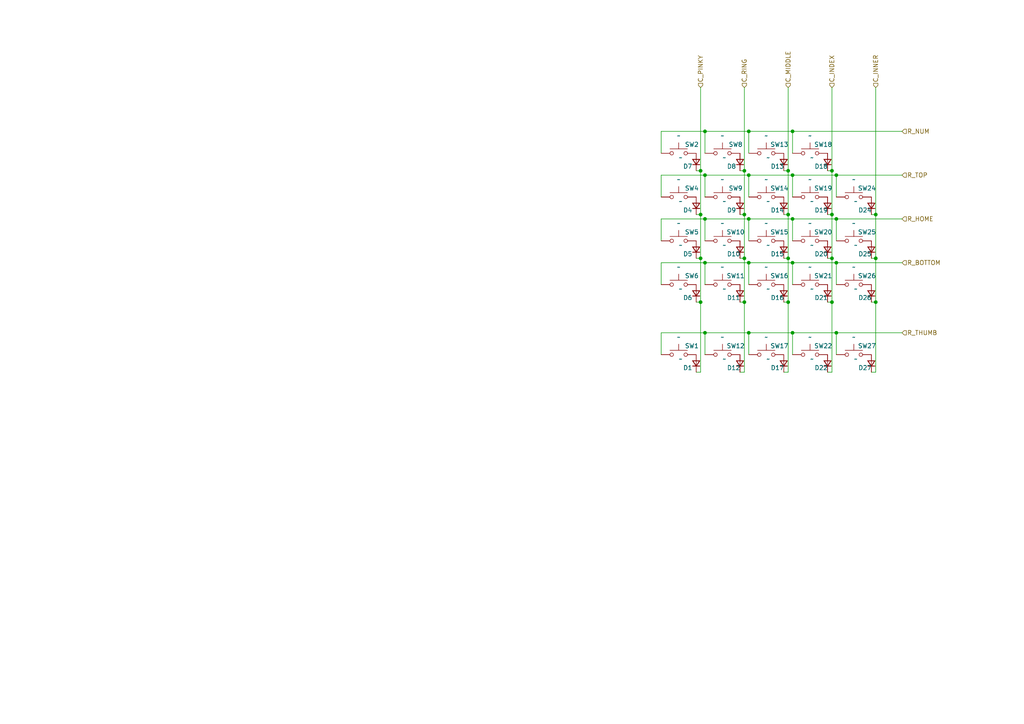
<source format=kicad_sch>
(kicad_sch (version 20211123) (generator eeschema)
  (paper "A4")
  (lib_symbols
    (symbol "Device:D_Small" (pin_numbers hide) (pin_names (offset 0.254) hide)
      (property "Reference" "D" (at -1.27 2.032 0))
      (property "Value" "D_Small" (at -3.81 -2.032 0))
      (symbol "D_Small_0_1"
        (polyline (pts (xy -0.762 -1.016) (xy -0.762 1.016)) (stroke (width 0.254)))
        (polyline (pts (xy -0.762 0) (xy 0.762 0)))
        (polyline (pts (xy 0.762 -1.016) (xy -0.762 0) (xy 0.762 1.016) (xy 0.762 -1.016)) (stroke (width 0.254)))
      )
      (symbol "D_Small_1_1"
        (pin passive line (at -2.54 0 0) (length 1.778) (name "K") (number "1"))
        (pin passive line (at 2.54 0 180) (length 1.778) (name "A") (number "2"))
      )
    )
    (symbol "Switch:SW_Push" (pin_numbers hide) (pin_names (offset 1.016) hide)
      (property "Reference" "SW" (at 1.27 2.54 0))
      (property "Value" "SW_Push" (at 0 -1.524 0))
      (symbol "SW_Push_0_1"
        (circle (center -2.032 0) (radius 0.508))
        (polyline (pts (xy 0 1.27) (xy 0 3.048)))
        (polyline (pts (xy 2.54 1.27) (xy -2.54 1.27)))
        (circle (center 2.032 0) (radius 0.508))
        (pin passive line (at -5.08 0 0) (length 2.54) (name "1") (number "1"))
        (pin passive line (at 5.08 0 180) (length 2.54) (name "2") (number "2"))
      )
    )
  )
  (junction (at 217.17 76.2))
  (junction (at 228.6 87.63))
  (junction (at 215.9 62.23))
  (junction (at 242.57 96.52))
  (junction (at 217.17 38.1))
  (junction (at 241.3 87.63))
  (junction (at 203.2 74.93))
  (junction (at 254 74.93))
  (junction (at 242.57 76.2))
  (junction (at 215.9 74.93))
  (junction (at 228.6 74.93))
  (junction (at 229.87 76.2))
  (junction (at 242.57 50.8))
  (junction (at 242.57 63.5))
  (junction (at 241.3 49.53))
  (junction (at 217.17 63.5))
  (junction (at 228.6 49.53))
  (junction (at 229.87 50.8))
  (junction (at 215.9 87.63))
  (junction (at 254 62.23))
  (junction (at 203.2 49.53))
  (junction (at 217.17 96.52))
  (junction (at 204.47 63.5))
  (junction (at 217.17 50.8))
  (junction (at 203.2 87.63))
  (junction (at 203.2 62.23))
  (junction (at 204.47 76.2))
  (junction (at 229.87 38.1))
  (junction (at 204.47 50.8))
  (junction (at 241.3 74.93))
  (junction (at 228.6 62.23))
  (junction (at 241.3 62.23))
  (junction (at 254 87.63))
  (junction (at 215.9 49.53))
  (junction (at 204.47 38.1))
  (junction (at 229.87 96.52))
  (junction (at 204.47 96.52))
  (junction (at 229.87 63.5))
  (wire (pts (xy 254 62.23) (xy 252.73 62.23)))
  (wire (pts (xy 254 87.63) (xy 254 107.95)))
  (wire (pts (xy 228.6 74.93) (xy 227.33 74.93)))
  (wire (pts (xy 228.6 62.23) (xy 228.6 74.93)))
  (wire (pts (xy 254 74.93) (xy 254 87.63)))
  (wire (pts (xy 228.6 74.93) (xy 228.6 87.63)))
  (wire (pts (xy 203.2 25.4) (xy 203.2 49.53)))
  (wire (pts (xy 215.9 87.63) (xy 214.63 87.63)))
  (wire (pts (xy 241.3 87.63) (xy 240.03 87.63)))
  (wire (pts (xy 241.3 25.4) (xy 241.3 49.53)))
  (wire (pts (xy 254 62.23) (xy 254 74.93)))
  (wire (pts (xy 203.2 107.95) (xy 201.93 107.95)))
  (wire (pts (xy 204.47 76.2) (xy 204.47 82.55)))
  (wire (pts (xy 242.57 76.2) (xy 261.62 76.2)))
  (wire (pts (xy 228.6 49.53) (xy 227.33 49.53)))
  (wire (pts (xy 215.9 74.93) (xy 214.63 74.93)))
  (wire (pts (xy 229.87 38.1) (xy 261.62 38.1)))
  (wire (pts (xy 204.47 76.2) (xy 217.17 76.2)))
  (wire (pts (xy 217.17 63.5) (xy 229.87 63.5)))
  (wire (pts (xy 215.9 87.63) (xy 215.9 107.95)))
  (wire (pts (xy 217.17 38.1) (xy 229.87 38.1)))
  (wire (pts (xy 254 25.4) (xy 254 62.23)))
  (wire (pts (xy 191.77 50.8) (xy 191.77 57.15)))
  (wire (pts (xy 241.3 62.23) (xy 241.3 74.93)))
  (wire (pts (xy 215.9 25.4) (xy 215.9 49.53)))
  (wire (pts (xy 191.77 50.8) (xy 204.47 50.8)))
  (wire (pts (xy 242.57 96.52) (xy 261.62 96.52)))
  (wire (pts (xy 215.9 74.93) (xy 215.9 87.63)))
  (wire (pts (xy 254 87.63) (xy 252.73 87.63)))
  (wire (pts (xy 242.57 63.5) (xy 261.62 63.5)))
  (wire (pts (xy 241.3 74.93) (xy 241.3 87.63)))
  (wire (pts (xy 229.87 50.8) (xy 242.57 50.8)))
  (wire (pts (xy 204.47 96.52) (xy 217.17 96.52)))
  (wire (pts (xy 228.6 49.53) (xy 228.6 62.23)))
  (wire (pts (xy 217.17 50.8) (xy 229.87 50.8)))
  (wire (pts (xy 229.87 96.52) (xy 242.57 96.52)))
  (wire (pts (xy 229.87 76.2) (xy 242.57 76.2)))
  (wire (pts (xy 203.2 74.93) (xy 203.2 87.63)))
  (wire (pts (xy 254 107.95) (xy 252.73 107.95)))
  (wire (pts (xy 204.47 63.5) (xy 217.17 63.5)))
  (wire (pts (xy 228.6 62.23) (xy 227.33 62.23)))
  (wire (pts (xy 203.2 62.23) (xy 201.93 62.23)))
  (wire (pts (xy 191.77 76.2) (xy 204.47 76.2)))
  (wire (pts (xy 242.57 76.2) (xy 242.57 82.55)))
  (wire (pts (xy 217.17 76.2) (xy 229.87 76.2)))
  (wire (pts (xy 228.6 87.63) (xy 227.33 87.63)))
  (wire (pts (xy 229.87 50.8) (xy 229.87 57.15)))
  (wire (pts (xy 217.17 96.52) (xy 229.87 96.52)))
  (wire (pts (xy 204.47 96.52) (xy 204.47 102.87)))
  (wire (pts (xy 215.9 62.23) (xy 215.9 74.93)))
  (wire (pts (xy 241.3 87.63) (xy 241.3 107.95)))
  (wire (pts (xy 217.17 96.52) (xy 217.17 102.87)))
  (wire (pts (xy 204.47 63.5) (xy 204.47 69.85)))
  (wire (pts (xy 217.17 63.5) (xy 217.17 69.85)))
  (wire (pts (xy 217.17 38.1) (xy 217.17 44.45)))
  (wire (pts (xy 203.2 49.53) (xy 201.93 49.53)))
  (wire (pts (xy 191.77 96.52) (xy 204.47 96.52)))
  (wire (pts (xy 242.57 50.8) (xy 261.62 50.8)))
  (wire (pts (xy 203.2 87.63) (xy 201.93 87.63)))
  (wire (pts (xy 217.17 50.8) (xy 217.17 57.15)))
  (wire (pts (xy 191.77 38.1) (xy 204.47 38.1)))
  (wire (pts (xy 228.6 107.95) (xy 227.33 107.95)))
  (wire (pts (xy 191.77 96.52) (xy 191.77 102.87)))
  (wire (pts (xy 203.2 49.53) (xy 203.2 62.23)))
  (wire (pts (xy 191.77 38.1) (xy 191.77 44.45)))
  (wire (pts (xy 242.57 63.5) (xy 242.57 69.85)))
  (wire (pts (xy 242.57 96.52) (xy 242.57 102.87)))
  (wire (pts (xy 241.3 49.53) (xy 241.3 62.23)))
  (wire (pts (xy 204.47 38.1) (xy 204.47 44.45)))
  (wire (pts (xy 204.47 50.8) (xy 217.17 50.8)))
  (wire (pts (xy 241.3 49.53) (xy 240.03 49.53)))
  (wire (pts (xy 215.9 62.23) (xy 214.63 62.23)))
  (wire (pts (xy 215.9 49.53) (xy 214.63 49.53)))
  (wire (pts (xy 241.3 62.23) (xy 240.03 62.23)))
  (wire (pts (xy 228.6 87.63) (xy 228.6 107.95)))
  (wire (pts (xy 254 74.93) (xy 252.73 74.93)))
  (wire (pts (xy 203.2 62.23) (xy 203.2 74.93)))
  (wire (pts (xy 203.2 74.93) (xy 201.93 74.93)))
  (wire (pts (xy 215.9 107.95) (xy 214.63 107.95)))
  (wire (pts (xy 229.87 38.1) (xy 229.87 44.45)))
  (wire (pts (xy 215.9 49.53) (xy 215.9 62.23)))
  (wire (pts (xy 241.3 74.93) (xy 240.03 74.93)))
  (wire (pts (xy 217.17 76.2) (xy 217.17 82.55)))
  (wire (pts (xy 229.87 63.5) (xy 229.87 69.85)))
  (wire (pts (xy 229.87 96.52) (xy 229.87 102.87)))
  (wire (pts (xy 229.87 76.2) (xy 229.87 82.55)))
  (wire (pts (xy 204.47 50.8) (xy 204.47 57.15)))
  (wire (pts (xy 191.77 76.2) (xy 191.77 82.55)))
  (wire (pts (xy 191.77 63.5) (xy 204.47 63.5)))
  (wire (pts (xy 228.6 25.4) (xy 228.6 49.53)))
  (wire (pts (xy 229.87 63.5) (xy 242.57 63.5)))
  (wire (pts (xy 191.77 63.5) (xy 191.77 69.85)))
  (wire (pts (xy 203.2 87.63) (xy 203.2 107.95)))
  (wire (pts (xy 204.47 38.1) (xy 217.17 38.1)))
  (wire (pts (xy 241.3 107.95) (xy 240.03 107.95)))
  (wire (pts (xy 242.57 50.8) (xy 242.57 57.15)))
  (hierarchical_label "R_HOME" (shape input) (at 261.62 63.5 0))
  (hierarchical_label "C_INDEX" (shape input) (at 241.3 25.4 90))
  (hierarchical_label "C_PINKY" (shape input) (at 203.2 25.4 90))
  (hierarchical_label "C_MIDDLE" (shape input) (at 228.6 25.4 90))
  (hierarchical_label "R_BOTTOM" (shape input) (at 261.62 76.2 0))
  (hierarchical_label "R_TOP" (shape input) (at 261.62 50.8 0))
  (hierarchical_label "R_NUM" (shape input) (at 261.62 38.1 0))
  (hierarchical_label "C_RING" (shape input) (at 215.9 25.4 90))
  (hierarchical_label "C_INNER" (shape input) (at 254 25.4 90))
  (hierarchical_label "R_THUMB" (shape input) (at 261.62 96.52 0))
  (symbol (lib_id "Device:D_Small") (at 201.93 85.09 270) (mirror x) (unit 1)
    (property "Reference" "D6" (at 198.12 86.36 90) (effects (justify left)))
    (property "Value" "~" (at 196.85 83.82 90) (effects (justify left)))
    (property "Footprint" "resist_the:DIOAD829W49L456D191" (effects hide))
  )
  (symbol (lib_id "Switch:SW_Push") (at 234.95 82.55 0) (mirror y) (unit 1)
    (property "Reference" "SW21" (at 238.76 80.01 0))
    (property "Value" "~" (at 234.95 77.47 0))
    (property "Footprint" "mbk:Choc-1u-solder-flip" (effects hide))
  )
  (symbol (lib_id "Switch:SW_Push") (at 209.55 102.87 0) (mirror y) (unit 1)
    (property "Reference" "SW12" (at 213.36 100.33 0))
    (property "Value" "~" (at 209.55 97.79 0))
    (property "Footprint" "mbk:Choc-1u-solder-flip" (effects hide))
  )
  (symbol (lib_id "Device:D_Small") (at 240.03 59.69 270) (mirror x) (unit 1)
    (property "Reference" "D19" (at 236.22 60.96 90) (effects (justify left)))
    (property "Value" "~" (at 234.95 58.42 90) (effects (justify left)))
    (property "Footprint" "resist_the:DIOAD829W49L456D191" (effects hide))
  )
  (symbol (lib_id "Switch:SW_Push") (at 196.85 57.15 0) (mirror y) (unit 1)
    (property "Reference" "SW4" (at 200.66 54.61 0))
    (property "Value" "~" (at 196.85 52.07 0))
    (property "Footprint" "mbk:Choc-1u-solder-flip" (effects hide))
  )
  (symbol (lib_id "Switch:SW_Push") (at 247.65 82.55 0) (mirror y) (unit 1)
    (property "Reference" "SW26" (at 251.46 80.01 0))
    (property "Value" "~" (at 247.65 77.47 0))
    (property "Footprint" "mbk:Choc-1u-solder-flip" (effects hide))
  )
  (symbol (lib_id "Device:D_Small") (at 214.63 46.99 270) (mirror x) (unit 1)
    (property "Reference" "D8" (at 210.82 48.26 90) (effects (justify left)))
    (property "Value" "~" (at 209.55 45.72 90) (effects (justify left)))
    (property "Footprint" "resist_the:DIOAD829W49L456D191" (effects hide))
  )
  (symbol (lib_id "Device:D_Small") (at 252.73 105.41 270) (mirror x) (unit 1)
    (property "Reference" "D27" (at 248.92 106.68 90) (effects (justify left)))
    (property "Value" "~" (at 247.65 104.14 90) (effects (justify left)))
    (property "Footprint" "resist_the:DIOAD829W49L456D191" (effects hide))
  )
  (symbol (lib_id "Device:D_Small") (at 240.03 46.99 270) (mirror x) (unit 1)
    (property "Reference" "D18" (at 236.22 48.26 90) (effects (justify left)))
    (property "Value" "~" (at 234.95 45.72 90) (effects (justify left)))
    (property "Footprint" "resist_the:DIOAD829W49L456D191" (effects hide))
  )
  (symbol (lib_id "Switch:SW_Push") (at 247.65 102.87 0) (mirror y) (unit 1)
    (property "Reference" "SW27" (at 251.46 100.33 0))
    (property "Value" "~" (at 247.65 97.79 0))
    (property "Footprint" "mbk:Choc-1u-solder-flip" (effects hide))
  )
  (symbol (lib_id "Device:D_Small") (at 214.63 105.41 270) (mirror x) (unit 1)
    (property "Reference" "D12" (at 210.82 106.68 90) (effects (justify left)))
    (property "Value" "~" (at 209.55 104.14 90) (effects (justify left)))
    (property "Footprint" "resist_the:DIOAD829W49L456D191" (effects hide))
  )
  (symbol (lib_id "Device:D_Small") (at 227.33 105.41 270) (mirror x) (unit 1)
    (property "Reference" "D17" (at 223.52 106.68 90) (effects (justify left)))
    (property "Value" "~" (at 222.25 104.14 90) (effects (justify left)))
    (property "Footprint" "resist_the:DIOAD829W49L456D191" (effects hide))
  )
  (symbol (lib_id "Switch:SW_Push") (at 234.95 102.87 0) (mirror y) (unit 1)
    (property "Reference" "SW22" (at 238.76 100.33 0))
    (property "Value" "~" (at 234.95 97.79 0))
    (property "Footprint" "mbk:Choc-1.5u-solder-flip" (effects hide))
  )
  (symbol (lib_id "Switch:SW_Push") (at 222.25 102.87 0) (mirror y) (unit 1)
    (property "Reference" "SW17" (at 226.06 100.33 0))
    (property "Value" "~" (at 222.25 97.79 0))
    (property "Footprint" "mbk:Choc-1u-solder-flip" (effects hide))
  )
  (symbol (lib_id "Switch:SW_Push") (at 222.25 69.85 0) (mirror y) (unit 1)
    (property "Reference" "SW15" (at 226.06 67.31 0))
    (property "Value" "~" (at 222.25 64.77 0))
    (property "Footprint" "mbk:Choc-1u-solder-flip" (effects hide))
  )
  (symbol (lib_id "Switch:SW_Push") (at 247.65 57.15 0) (mirror y) (unit 1)
    (property "Reference" "SW24" (at 251.46 54.61 0))
    (property "Value" "~" (at 247.65 52.07 0))
    (property "Footprint" "mbk:Choc-1u-solder-flip" (effects hide))
  )
  (symbol (lib_id "Device:D_Small") (at 227.33 72.39 270) (mirror x) (unit 1)
    (property "Reference" "D15" (at 223.52 73.66 90) (effects (justify left)))
    (property "Value" "~" (at 222.25 71.12 90) (effects (justify left)))
    (property "Footprint" "resist_the:DIOAD829W49L456D191" (effects hide))
  )
  (symbol (lib_id "Switch:SW_Push") (at 234.95 57.15 0) (mirror y) (unit 1)
    (property "Reference" "SW19" (at 238.76 54.61 0))
    (property "Value" "~" (at 234.95 52.07 0))
    (property "Footprint" "mbk:Choc-1u-solder-flip" (effects hide))
  )
  (symbol (lib_id "Device:D_Small") (at 240.03 105.41 270) (mirror x) (unit 1)
    (property "Reference" "D22" (at 236.22 106.68 90) (effects (justify left)))
    (property "Value" "~" (at 234.95 104.14 90) (effects (justify left)))
    (property "Footprint" "resist_the:DIOAD829W49L456D191" (effects hide))
  )
  (symbol (lib_id "Device:D_Small") (at 201.93 105.41 270) (mirror x) (unit 1)
    (property "Reference" "D1" (at 198.12 106.68 90) (effects (justify left)))
    (property "Value" "~" (at 196.85 104.14 90) (effects (justify left)))
    (property "Footprint" "resist_the:DIOAD829W49L456D191" (effects hide))
  )
  (symbol (lib_id "Device:D_Small") (at 240.03 72.39 270) (mirror x) (unit 1)
    (property "Reference" "D20" (at 236.22 73.66 90) (effects (justify left)))
    (property "Value" "~" (at 234.95 71.12 90) (effects (justify left)))
    (property "Footprint" "resist_the:DIOAD829W49L456D191" (effects hide))
  )
  (symbol (lib_id "Switch:SW_Push") (at 196.85 69.85 0) (mirror y) (unit 1)
    (property "Reference" "SW5" (at 200.66 67.31 0))
    (property "Value" "~" (at 196.85 64.77 0))
    (property "Footprint" "mbk:Choc-1u-solder-flip" (effects hide))
  )
  (symbol (lib_id "Switch:SW_Push") (at 209.55 82.55 0) (mirror y) (unit 1)
    (property "Reference" "SW11" (at 213.36 80.01 0))
    (property "Value" "~" (at 209.55 77.47 0))
    (property "Footprint" "mbk:Choc-1u-solder-flip" (effects hide))
  )
  (symbol (lib_id "Device:D_Small") (at 227.33 46.99 270) (mirror x) (unit 1)
    (property "Reference" "D13" (at 223.52 48.26 90) (effects (justify left)))
    (property "Value" "~" (at 222.25 45.72 90) (effects (justify left)))
    (property "Footprint" "resist_the:DIOAD829W49L456D191" (effects hide))
  )
  (symbol (lib_id "Device:D_Small") (at 214.63 85.09 270) (mirror x) (unit 1)
    (property "Reference" "D11" (at 210.82 86.36 90) (effects (justify left)))
    (property "Value" "~" (at 209.55 83.82 90) (effects (justify left)))
    (property "Footprint" "resist_the:DIOAD829W49L456D191" (effects hide))
  )
  (symbol (lib_id "Switch:SW_Push") (at 247.65 69.85 0) (mirror y) (unit 1)
    (property "Reference" "SW25" (at 251.46 67.31 0))
    (property "Value" "~" (at 247.65 64.77 0))
    (property "Footprint" "mbk:Choc-1u-solder-flip" (effects hide))
  )
  (symbol (lib_id "Switch:SW_Push") (at 222.25 82.55 0) (mirror y) (unit 1)
    (property "Reference" "SW16" (at 226.06 80.01 0))
    (property "Value" "~" (at 222.25 77.47 0))
    (property "Footprint" "mbk:Choc-1u-solder-flip" (effects hide))
  )
  (symbol (lib_id "Switch:SW_Push") (at 196.85 44.45 0) (mirror y) (unit 1)
    (property "Reference" "SW2" (at 200.66 41.91 0))
    (property "Value" "~" (at 196.85 39.37 0))
    (property "Footprint" "mbk:Choc-1u-solder-flip" (effects hide))
  )
  (symbol (lib_id "Switch:SW_Push") (at 209.55 44.45 0) (mirror y) (unit 1)
    (property "Reference" "SW8" (at 213.36 41.91 0))
    (property "Value" "~" (at 209.55 39.37 0))
    (property "Footprint" "mbk:Choc-1u-solder-flip" (effects hide))
  )
  (symbol (lib_id "Device:D_Small") (at 214.63 59.69 270) (mirror x) (unit 1)
    (property "Reference" "D9" (at 210.82 60.96 90) (effects (justify left)))
    (property "Value" "~" (at 209.55 58.42 90) (effects (justify left)))
    (property "Footprint" "resist_the:DIOAD829W49L456D191" (effects hide))
  )
  (symbol (lib_id "Device:D_Small") (at 201.93 72.39 270) (mirror x) (unit 1)
    (property "Reference" "D5" (at 198.12 73.66 90) (effects (justify left)))
    (property "Value" "~" (at 196.85 71.12 90) (effects (justify left)))
    (property "Footprint" "resist_the:DIOAD829W49L456D191" (effects hide))
  )
  (symbol (lib_id "Device:D_Small") (at 227.33 59.69 270) (mirror x) (unit 1)
    (property "Reference" "D14" (at 223.52 60.96 90) (effects (justify left)))
    (property "Value" "~" (at 222.25 58.42 90) (effects (justify left)))
    (property "Footprint" "resist_the:DIOAD829W49L456D191" (effects hide))
  )
  (symbol (lib_id "Switch:SW_Push") (at 196.85 82.55 0) (mirror y) (unit 1)
    (property "Reference" "SW6" (at 200.66 80.01 0))
    (property "Value" "~" (at 196.85 77.47 0))
    (property "Footprint" "mbk:Choc-1u-solder-flip" (effects hide))
  )
  (symbol (lib_id "Device:D_Small") (at 201.93 46.99 270) (mirror x) (unit 1)
    (property "Reference" "D7" (at 198.12 48.26 90) (effects (justify left)))
    (property "Value" "~" (at 196.85 45.72 90) (effects (justify left)))
    (property "Footprint" "resist_the:DIOAD829W49L456D191" (effects hide))
  )
  (symbol (lib_id "Device:D_Small") (at 201.93 59.69 270) (mirror x) (unit 1)
    (property "Reference" "D4" (at 198.12 60.96 90) (effects (justify left)))
    (property "Value" "~" (at 196.85 58.42 90) (effects (justify left)))
    (property "Footprint" "resist_the:DIOAD829W49L456D191" (effects hide))
  )
  (symbol (lib_id "Switch:SW_Push") (at 222.25 44.45 0) (mirror y) (unit 1)
    (property "Reference" "SW13" (at 226.06 41.91 0))
    (property "Value" "~" (at 222.25 39.37 0))
    (property "Footprint" "mbk:Choc-1u-solder-flip" (effects hide))
  )
  (symbol (lib_id "Switch:SW_Push") (at 234.95 44.45 0) (mirror y) (unit 1)
    (property "Reference" "SW18" (at 238.76 41.91 0))
    (property "Value" "~" (at 234.95 39.37 0))
    (property "Footprint" "mbk:Choc-1u-solder-flip" (effects hide))
  )
  (symbol (lib_id "Device:D_Small") (at 252.73 59.69 270) (mirror x) (unit 1)
    (property "Reference" "D24" (at 248.92 60.96 90) (effects (justify left)))
    (property "Value" "~" (at 247.65 58.42 90) (effects (justify left)))
    (property "Footprint" "resist_the:DIOAD829W49L456D191" (effects hide))
  )
  (symbol (lib_id "Switch:SW_Push") (at 222.25 57.15 0) (mirror y) (unit 1)
    (property "Reference" "SW14" (at 226.06 54.61 0))
    (property "Value" "~" (at 222.25 52.07 0))
    (property "Footprint" "mbk:Choc-1u-solder-flip" (effects hide))
  )
  (symbol (lib_id "Switch:SW_Push") (at 196.85 102.87 0) (mirror y) (unit 1)
    (property "Reference" "SW1" (at 200.66 100.33 0))
    (property "Value" "~" (at 196.85 97.79 0))
    (property "Footprint" "mbk:Choc-1u-solder-flip" (effects hide))
  )
  (symbol (lib_id "Device:D_Small") (at 227.33 85.09 270) (mirror x) (unit 1)
    (property "Reference" "D16" (at 223.52 86.36 90) (effects (justify left)))
    (property "Value" "~" (at 222.25 83.82 90) (effects (justify left)))
    (property "Footprint" "resist_the:DIOAD829W49L456D191" (effects hide))
  )
  (symbol (lib_id "Switch:SW_Push") (at 209.55 57.15 0) (mirror y) (unit 1)
    (property "Reference" "SW9" (at 213.36 54.61 0))
    (property "Value" "~" (at 209.55 52.07 0))
    (property "Footprint" "mbk:Choc-1u-solder-flip" (effects hide))
  )
  (symbol (lib_id "Switch:SW_Push") (at 209.55 69.85 0) (mirror y) (unit 1)
    (property "Reference" "SW10" (at 213.36 67.31 0))
    (property "Value" "~" (at 209.55 64.77 0))
    (property "Footprint" "mbk:Choc-1u-solder-flip" (effects hide))
  )
  (symbol (lib_id "Device:D_Small") (at 214.63 72.39 270) (mirror x) (unit 1)
    (property "Reference" "D10" (at 210.82 73.66 90) (effects (justify left)))
    (property "Value" "~" (at 209.55 71.12 90) (effects (justify left)))
    (property "Footprint" "resist_the:DIOAD829W49L456D191" (effects hide))
  )
  (symbol (lib_id "Device:D_Small") (at 252.73 72.39 270) (mirror x) (unit 1)
    (property "Reference" "D25" (at 248.92 73.66 90) (effects (justify left)))
    (property "Value" "~" (at 247.65 71.12 90) (effects (justify left)))
    (property "Footprint" "resist_the:DIOAD829W49L456D191" (effects hide))
  )
  (symbol (lib_id "Switch:SW_Push") (at 234.95 69.85 0) (mirror y) (unit 1)
    (property "Reference" "SW20" (at 238.76 67.31 0))
    (property "Value" "~" (at 234.95 64.77 0))
    (property "Footprint" "mbk:Choc-1u-solder-flip" (effects hide))
  )
  (symbol (lib_id "Device:D_Small") (at 240.03 85.09 270) (mirror x) (unit 1)
    (property "Reference" "D21" (at 236.22 86.36 90) (effects (justify left)))
    (property "Value" "~" (at 234.95 83.82 90) (effects (justify left)))
    (property "Footprint" "resist_the:DIOAD829W49L456D191" (effects hide))
  )
  (symbol (lib_id "Device:D_Small") (at 252.73 85.09 270) (mirror x) (unit 1)
    (property "Reference" "D26" (at 248.92 86.36 90) (effects (justify left)))
    (property "Value" "~" (at 247.65 83.82 90) (effects (justify left)))
    (property "Footprint" "resist_the:DIOAD829W49L456D191" (effects hide))
  )
)
</source>
